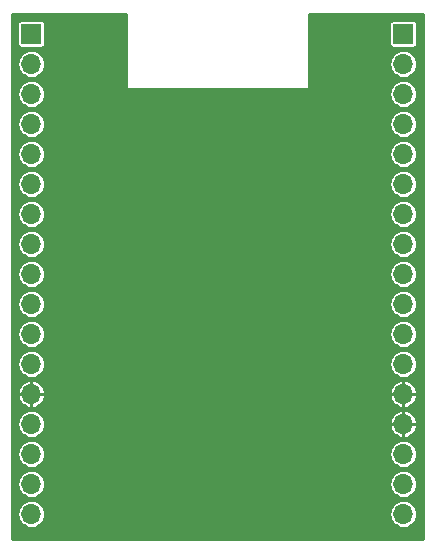
<source format=gbr>
G04 #@! TF.GenerationSoftware,KiCad,Pcbnew,5.1.0*
G04 #@! TF.CreationDate,2019-03-28T19:40:46+01:00*
G04 #@! TF.ProjectId,hc05-bb,68633035-2d62-4622-9e6b-696361645f70,rev?*
G04 #@! TF.SameCoordinates,Original*
G04 #@! TF.FileFunction,Copper,L2,Bot*
G04 #@! TF.FilePolarity,Positive*
%FSLAX46Y46*%
G04 Gerber Fmt 4.6, Leading zero omitted, Abs format (unit mm)*
G04 Created by KiCad (PCBNEW 5.1.0) date 2019-03-28 19:40:46*
%MOMM*%
%LPD*%
G04 APERTURE LIST*
%ADD10O,1.700000X1.700000*%
%ADD11R,1.700000X1.700000*%
%ADD12C,0.254000*%
G04 APERTURE END LIST*
D10*
X53848000Y-106680000D03*
X53848000Y-104140000D03*
X53848000Y-101600000D03*
X53848000Y-99060000D03*
X53848000Y-96520000D03*
X53848000Y-93980000D03*
X53848000Y-91440000D03*
X53848000Y-88900000D03*
X53848000Y-86360000D03*
X53848000Y-83820000D03*
X53848000Y-81280000D03*
X53848000Y-78740000D03*
X53848000Y-76200000D03*
X53848000Y-73660000D03*
X53848000Y-71120000D03*
X53848000Y-68580000D03*
D11*
X53848000Y-66040000D03*
D10*
X22352000Y-106680000D03*
X22352000Y-104140000D03*
X22352000Y-101600000D03*
X22352000Y-99060000D03*
X22352000Y-96520000D03*
X22352000Y-93980000D03*
X22352000Y-91440000D03*
X22352000Y-88900000D03*
X22352000Y-86360000D03*
X22352000Y-83820000D03*
X22352000Y-81280000D03*
X22352000Y-78740000D03*
X22352000Y-76200000D03*
X22352000Y-73660000D03*
X22352000Y-71120000D03*
X22352000Y-68580000D03*
D11*
X22352000Y-66040000D03*
D12*
X22352000Y-96520000D02*
X23495000Y-96520000D01*
X22352000Y-96520000D02*
X22352000Y-95377000D01*
X22352000Y-96520000D02*
X21209000Y-96520000D01*
X22352000Y-96520000D02*
X22352000Y-97663000D01*
X53848000Y-96520000D02*
X52832000Y-96520000D01*
X53848000Y-96520000D02*
X53848000Y-95504000D01*
X53848000Y-96520000D02*
X55118000Y-96520000D01*
X53848000Y-96520000D02*
X53848000Y-99060000D01*
X52324000Y-99060000D02*
X53848000Y-99060000D01*
X53848000Y-99060000D02*
X54864000Y-99060000D01*
X53848000Y-99060000D02*
X53848000Y-100330000D01*
G36*
X30353000Y-70612000D02*
G01*
X30355440Y-70636776D01*
X30362667Y-70660601D01*
X30374403Y-70682557D01*
X30390197Y-70701803D01*
X30409443Y-70717597D01*
X30431399Y-70729333D01*
X30455224Y-70736560D01*
X30480000Y-70739000D01*
X45720000Y-70739000D01*
X45744776Y-70736560D01*
X45768601Y-70729333D01*
X45790557Y-70717597D01*
X45809803Y-70701803D01*
X45825597Y-70682557D01*
X45837333Y-70660601D01*
X45844560Y-70636776D01*
X45847000Y-70612000D01*
X45847000Y-68580000D01*
X52665306Y-68580000D01*
X52688031Y-68810732D01*
X52755333Y-69032597D01*
X52864626Y-69237070D01*
X53011709Y-69416291D01*
X53190930Y-69563374D01*
X53395403Y-69672667D01*
X53617268Y-69739969D01*
X53790188Y-69757000D01*
X53905812Y-69757000D01*
X54078732Y-69739969D01*
X54300597Y-69672667D01*
X54505070Y-69563374D01*
X54684291Y-69416291D01*
X54831374Y-69237070D01*
X54940667Y-69032597D01*
X55007969Y-68810732D01*
X55030694Y-68580000D01*
X55007969Y-68349268D01*
X54940667Y-68127403D01*
X54831374Y-67922930D01*
X54684291Y-67743709D01*
X54505070Y-67596626D01*
X54300597Y-67487333D01*
X54078732Y-67420031D01*
X53905812Y-67403000D01*
X53790188Y-67403000D01*
X53617268Y-67420031D01*
X53395403Y-67487333D01*
X53190930Y-67596626D01*
X53011709Y-67743709D01*
X52864626Y-67922930D01*
X52755333Y-68127403D01*
X52688031Y-68349268D01*
X52665306Y-68580000D01*
X45847000Y-68580000D01*
X45847000Y-65190000D01*
X52669418Y-65190000D01*
X52669418Y-66890000D01*
X52675732Y-66954103D01*
X52694430Y-67015743D01*
X52724794Y-67072550D01*
X52765657Y-67122343D01*
X52815450Y-67163206D01*
X52872257Y-67193570D01*
X52933897Y-67212268D01*
X52998000Y-67218582D01*
X54698000Y-67218582D01*
X54762103Y-67212268D01*
X54823743Y-67193570D01*
X54880550Y-67163206D01*
X54930343Y-67122343D01*
X54971206Y-67072550D01*
X55001570Y-67015743D01*
X55020268Y-66954103D01*
X55026582Y-66890000D01*
X55026582Y-65190000D01*
X55020268Y-65125897D01*
X55001570Y-65064257D01*
X54971206Y-65007450D01*
X54930343Y-64957657D01*
X54880550Y-64916794D01*
X54823743Y-64886430D01*
X54762103Y-64867732D01*
X54698000Y-64861418D01*
X52998000Y-64861418D01*
X52933897Y-64867732D01*
X52872257Y-64886430D01*
X52815450Y-64916794D01*
X52765657Y-64957657D01*
X52724794Y-65007450D01*
X52694430Y-65064257D01*
X52675732Y-65125897D01*
X52669418Y-65190000D01*
X45847000Y-65190000D01*
X45847000Y-64395000D01*
X55493001Y-64395000D01*
X55493000Y-108833000D01*
X20707000Y-108833000D01*
X20707000Y-106680000D01*
X21169306Y-106680000D01*
X21192031Y-106910732D01*
X21259333Y-107132597D01*
X21368626Y-107337070D01*
X21515709Y-107516291D01*
X21694930Y-107663374D01*
X21899403Y-107772667D01*
X22121268Y-107839969D01*
X22294188Y-107857000D01*
X22409812Y-107857000D01*
X22582732Y-107839969D01*
X22804597Y-107772667D01*
X23009070Y-107663374D01*
X23188291Y-107516291D01*
X23335374Y-107337070D01*
X23444667Y-107132597D01*
X23511969Y-106910732D01*
X23534694Y-106680000D01*
X52665306Y-106680000D01*
X52688031Y-106910732D01*
X52755333Y-107132597D01*
X52864626Y-107337070D01*
X53011709Y-107516291D01*
X53190930Y-107663374D01*
X53395403Y-107772667D01*
X53617268Y-107839969D01*
X53790188Y-107857000D01*
X53905812Y-107857000D01*
X54078732Y-107839969D01*
X54300597Y-107772667D01*
X54505070Y-107663374D01*
X54684291Y-107516291D01*
X54831374Y-107337070D01*
X54940667Y-107132597D01*
X55007969Y-106910732D01*
X55030694Y-106680000D01*
X55007969Y-106449268D01*
X54940667Y-106227403D01*
X54831374Y-106022930D01*
X54684291Y-105843709D01*
X54505070Y-105696626D01*
X54300597Y-105587333D01*
X54078732Y-105520031D01*
X53905812Y-105503000D01*
X53790188Y-105503000D01*
X53617268Y-105520031D01*
X53395403Y-105587333D01*
X53190930Y-105696626D01*
X53011709Y-105843709D01*
X52864626Y-106022930D01*
X52755333Y-106227403D01*
X52688031Y-106449268D01*
X52665306Y-106680000D01*
X23534694Y-106680000D01*
X23511969Y-106449268D01*
X23444667Y-106227403D01*
X23335374Y-106022930D01*
X23188291Y-105843709D01*
X23009070Y-105696626D01*
X22804597Y-105587333D01*
X22582732Y-105520031D01*
X22409812Y-105503000D01*
X22294188Y-105503000D01*
X22121268Y-105520031D01*
X21899403Y-105587333D01*
X21694930Y-105696626D01*
X21515709Y-105843709D01*
X21368626Y-106022930D01*
X21259333Y-106227403D01*
X21192031Y-106449268D01*
X21169306Y-106680000D01*
X20707000Y-106680000D01*
X20707000Y-104140000D01*
X21169306Y-104140000D01*
X21192031Y-104370732D01*
X21259333Y-104592597D01*
X21368626Y-104797070D01*
X21515709Y-104976291D01*
X21694930Y-105123374D01*
X21899403Y-105232667D01*
X22121268Y-105299969D01*
X22294188Y-105317000D01*
X22409812Y-105317000D01*
X22582732Y-105299969D01*
X22804597Y-105232667D01*
X23009070Y-105123374D01*
X23188291Y-104976291D01*
X23335374Y-104797070D01*
X23444667Y-104592597D01*
X23511969Y-104370732D01*
X23534694Y-104140000D01*
X52665306Y-104140000D01*
X52688031Y-104370732D01*
X52755333Y-104592597D01*
X52864626Y-104797070D01*
X53011709Y-104976291D01*
X53190930Y-105123374D01*
X53395403Y-105232667D01*
X53617268Y-105299969D01*
X53790188Y-105317000D01*
X53905812Y-105317000D01*
X54078732Y-105299969D01*
X54300597Y-105232667D01*
X54505070Y-105123374D01*
X54684291Y-104976291D01*
X54831374Y-104797070D01*
X54940667Y-104592597D01*
X55007969Y-104370732D01*
X55030694Y-104140000D01*
X55007969Y-103909268D01*
X54940667Y-103687403D01*
X54831374Y-103482930D01*
X54684291Y-103303709D01*
X54505070Y-103156626D01*
X54300597Y-103047333D01*
X54078732Y-102980031D01*
X53905812Y-102963000D01*
X53790188Y-102963000D01*
X53617268Y-102980031D01*
X53395403Y-103047333D01*
X53190930Y-103156626D01*
X53011709Y-103303709D01*
X52864626Y-103482930D01*
X52755333Y-103687403D01*
X52688031Y-103909268D01*
X52665306Y-104140000D01*
X23534694Y-104140000D01*
X23511969Y-103909268D01*
X23444667Y-103687403D01*
X23335374Y-103482930D01*
X23188291Y-103303709D01*
X23009070Y-103156626D01*
X22804597Y-103047333D01*
X22582732Y-102980031D01*
X22409812Y-102963000D01*
X22294188Y-102963000D01*
X22121268Y-102980031D01*
X21899403Y-103047333D01*
X21694930Y-103156626D01*
X21515709Y-103303709D01*
X21368626Y-103482930D01*
X21259333Y-103687403D01*
X21192031Y-103909268D01*
X21169306Y-104140000D01*
X20707000Y-104140000D01*
X20707000Y-101600000D01*
X21169306Y-101600000D01*
X21192031Y-101830732D01*
X21259333Y-102052597D01*
X21368626Y-102257070D01*
X21515709Y-102436291D01*
X21694930Y-102583374D01*
X21899403Y-102692667D01*
X22121268Y-102759969D01*
X22294188Y-102777000D01*
X22409812Y-102777000D01*
X22582732Y-102759969D01*
X22804597Y-102692667D01*
X23009070Y-102583374D01*
X23188291Y-102436291D01*
X23335374Y-102257070D01*
X23444667Y-102052597D01*
X23511969Y-101830732D01*
X23534694Y-101600000D01*
X52665306Y-101600000D01*
X52688031Y-101830732D01*
X52755333Y-102052597D01*
X52864626Y-102257070D01*
X53011709Y-102436291D01*
X53190930Y-102583374D01*
X53395403Y-102692667D01*
X53617268Y-102759969D01*
X53790188Y-102777000D01*
X53905812Y-102777000D01*
X54078732Y-102759969D01*
X54300597Y-102692667D01*
X54505070Y-102583374D01*
X54684291Y-102436291D01*
X54831374Y-102257070D01*
X54940667Y-102052597D01*
X55007969Y-101830732D01*
X55030694Y-101600000D01*
X55007969Y-101369268D01*
X54940667Y-101147403D01*
X54831374Y-100942930D01*
X54684291Y-100763709D01*
X54505070Y-100616626D01*
X54300597Y-100507333D01*
X54078732Y-100440031D01*
X53905812Y-100423000D01*
X53790188Y-100423000D01*
X53617268Y-100440031D01*
X53395403Y-100507333D01*
X53190930Y-100616626D01*
X53011709Y-100763709D01*
X52864626Y-100942930D01*
X52755333Y-101147403D01*
X52688031Y-101369268D01*
X52665306Y-101600000D01*
X23534694Y-101600000D01*
X23511969Y-101369268D01*
X23444667Y-101147403D01*
X23335374Y-100942930D01*
X23188291Y-100763709D01*
X23009070Y-100616626D01*
X22804597Y-100507333D01*
X22582732Y-100440031D01*
X22409812Y-100423000D01*
X22294188Y-100423000D01*
X22121268Y-100440031D01*
X21899403Y-100507333D01*
X21694930Y-100616626D01*
X21515709Y-100763709D01*
X21368626Y-100942930D01*
X21259333Y-101147403D01*
X21192031Y-101369268D01*
X21169306Y-101600000D01*
X20707000Y-101600000D01*
X20707000Y-99060000D01*
X21169306Y-99060000D01*
X21192031Y-99290732D01*
X21259333Y-99512597D01*
X21368626Y-99717070D01*
X21515709Y-99896291D01*
X21694930Y-100043374D01*
X21899403Y-100152667D01*
X22121268Y-100219969D01*
X22294188Y-100237000D01*
X22409812Y-100237000D01*
X22582732Y-100219969D01*
X22804597Y-100152667D01*
X23009070Y-100043374D01*
X23188291Y-99896291D01*
X23335374Y-99717070D01*
X23444667Y-99512597D01*
X23511969Y-99290732D01*
X23534694Y-99060000D01*
X52665306Y-99060000D01*
X52688031Y-99290732D01*
X52755333Y-99512597D01*
X52864626Y-99717070D01*
X53011709Y-99896291D01*
X53190930Y-100043374D01*
X53395403Y-100152667D01*
X53617268Y-100219969D01*
X53790188Y-100237000D01*
X53905812Y-100237000D01*
X54078732Y-100219969D01*
X54300597Y-100152667D01*
X54505070Y-100043374D01*
X54684291Y-99896291D01*
X54831374Y-99717070D01*
X54940667Y-99512597D01*
X55007969Y-99290732D01*
X55030694Y-99060000D01*
X55007969Y-98829268D01*
X54940667Y-98607403D01*
X54831374Y-98402930D01*
X54684291Y-98223709D01*
X54505070Y-98076626D01*
X54300597Y-97967333D01*
X54078732Y-97900031D01*
X53905812Y-97883000D01*
X53790188Y-97883000D01*
X53617268Y-97900031D01*
X53395403Y-97967333D01*
X53190930Y-98076626D01*
X53011709Y-98223709D01*
X52864626Y-98402930D01*
X52755333Y-98607403D01*
X52688031Y-98829268D01*
X52665306Y-99060000D01*
X23534694Y-99060000D01*
X23511969Y-98829268D01*
X23444667Y-98607403D01*
X23335374Y-98402930D01*
X23188291Y-98223709D01*
X23009070Y-98076626D01*
X22804597Y-97967333D01*
X22582732Y-97900031D01*
X22409812Y-97883000D01*
X22294188Y-97883000D01*
X22121268Y-97900031D01*
X21899403Y-97967333D01*
X21694930Y-98076626D01*
X21515709Y-98223709D01*
X21368626Y-98402930D01*
X21259333Y-98607403D01*
X21192031Y-98829268D01*
X21169306Y-99060000D01*
X20707000Y-99060000D01*
X20707000Y-96520000D01*
X21169306Y-96520000D01*
X21192031Y-96750732D01*
X21259333Y-96972597D01*
X21368626Y-97177070D01*
X21515709Y-97356291D01*
X21694930Y-97503374D01*
X21899403Y-97612667D01*
X22121268Y-97679969D01*
X22294188Y-97697000D01*
X22409812Y-97697000D01*
X22582732Y-97679969D01*
X22804597Y-97612667D01*
X23009070Y-97503374D01*
X23188291Y-97356291D01*
X23335374Y-97177070D01*
X23444667Y-96972597D01*
X23511969Y-96750732D01*
X23534694Y-96520000D01*
X52665306Y-96520000D01*
X52688031Y-96750732D01*
X52755333Y-96972597D01*
X52864626Y-97177070D01*
X53011709Y-97356291D01*
X53190930Y-97503374D01*
X53395403Y-97612667D01*
X53617268Y-97679969D01*
X53790188Y-97697000D01*
X53905812Y-97697000D01*
X54078732Y-97679969D01*
X54300597Y-97612667D01*
X54505070Y-97503374D01*
X54684291Y-97356291D01*
X54831374Y-97177070D01*
X54940667Y-96972597D01*
X55007969Y-96750732D01*
X55030694Y-96520000D01*
X55007969Y-96289268D01*
X54940667Y-96067403D01*
X54831374Y-95862930D01*
X54684291Y-95683709D01*
X54505070Y-95536626D01*
X54300597Y-95427333D01*
X54078732Y-95360031D01*
X53905812Y-95343000D01*
X53790188Y-95343000D01*
X53617268Y-95360031D01*
X53395403Y-95427333D01*
X53190930Y-95536626D01*
X53011709Y-95683709D01*
X52864626Y-95862930D01*
X52755333Y-96067403D01*
X52688031Y-96289268D01*
X52665306Y-96520000D01*
X23534694Y-96520000D01*
X23511969Y-96289268D01*
X23444667Y-96067403D01*
X23335374Y-95862930D01*
X23188291Y-95683709D01*
X23009070Y-95536626D01*
X22804597Y-95427333D01*
X22582732Y-95360031D01*
X22409812Y-95343000D01*
X22294188Y-95343000D01*
X22121268Y-95360031D01*
X21899403Y-95427333D01*
X21694930Y-95536626D01*
X21515709Y-95683709D01*
X21368626Y-95862930D01*
X21259333Y-96067403D01*
X21192031Y-96289268D01*
X21169306Y-96520000D01*
X20707000Y-96520000D01*
X20707000Y-93980000D01*
X21169306Y-93980000D01*
X21192031Y-94210732D01*
X21259333Y-94432597D01*
X21368626Y-94637070D01*
X21515709Y-94816291D01*
X21694930Y-94963374D01*
X21899403Y-95072667D01*
X22121268Y-95139969D01*
X22294188Y-95157000D01*
X22409812Y-95157000D01*
X22582732Y-95139969D01*
X22804597Y-95072667D01*
X23009070Y-94963374D01*
X23188291Y-94816291D01*
X23335374Y-94637070D01*
X23444667Y-94432597D01*
X23511969Y-94210732D01*
X23534694Y-93980000D01*
X52665306Y-93980000D01*
X52688031Y-94210732D01*
X52755333Y-94432597D01*
X52864626Y-94637070D01*
X53011709Y-94816291D01*
X53190930Y-94963374D01*
X53395403Y-95072667D01*
X53617268Y-95139969D01*
X53790188Y-95157000D01*
X53905812Y-95157000D01*
X54078732Y-95139969D01*
X54300597Y-95072667D01*
X54505070Y-94963374D01*
X54684291Y-94816291D01*
X54831374Y-94637070D01*
X54940667Y-94432597D01*
X55007969Y-94210732D01*
X55030694Y-93980000D01*
X55007969Y-93749268D01*
X54940667Y-93527403D01*
X54831374Y-93322930D01*
X54684291Y-93143709D01*
X54505070Y-92996626D01*
X54300597Y-92887333D01*
X54078732Y-92820031D01*
X53905812Y-92803000D01*
X53790188Y-92803000D01*
X53617268Y-92820031D01*
X53395403Y-92887333D01*
X53190930Y-92996626D01*
X53011709Y-93143709D01*
X52864626Y-93322930D01*
X52755333Y-93527403D01*
X52688031Y-93749268D01*
X52665306Y-93980000D01*
X23534694Y-93980000D01*
X23511969Y-93749268D01*
X23444667Y-93527403D01*
X23335374Y-93322930D01*
X23188291Y-93143709D01*
X23009070Y-92996626D01*
X22804597Y-92887333D01*
X22582732Y-92820031D01*
X22409812Y-92803000D01*
X22294188Y-92803000D01*
X22121268Y-92820031D01*
X21899403Y-92887333D01*
X21694930Y-92996626D01*
X21515709Y-93143709D01*
X21368626Y-93322930D01*
X21259333Y-93527403D01*
X21192031Y-93749268D01*
X21169306Y-93980000D01*
X20707000Y-93980000D01*
X20707000Y-91440000D01*
X21169306Y-91440000D01*
X21192031Y-91670732D01*
X21259333Y-91892597D01*
X21368626Y-92097070D01*
X21515709Y-92276291D01*
X21694930Y-92423374D01*
X21899403Y-92532667D01*
X22121268Y-92599969D01*
X22294188Y-92617000D01*
X22409812Y-92617000D01*
X22582732Y-92599969D01*
X22804597Y-92532667D01*
X23009070Y-92423374D01*
X23188291Y-92276291D01*
X23335374Y-92097070D01*
X23444667Y-91892597D01*
X23511969Y-91670732D01*
X23534694Y-91440000D01*
X52665306Y-91440000D01*
X52688031Y-91670732D01*
X52755333Y-91892597D01*
X52864626Y-92097070D01*
X53011709Y-92276291D01*
X53190930Y-92423374D01*
X53395403Y-92532667D01*
X53617268Y-92599969D01*
X53790188Y-92617000D01*
X53905812Y-92617000D01*
X54078732Y-92599969D01*
X54300597Y-92532667D01*
X54505070Y-92423374D01*
X54684291Y-92276291D01*
X54831374Y-92097070D01*
X54940667Y-91892597D01*
X55007969Y-91670732D01*
X55030694Y-91440000D01*
X55007969Y-91209268D01*
X54940667Y-90987403D01*
X54831374Y-90782930D01*
X54684291Y-90603709D01*
X54505070Y-90456626D01*
X54300597Y-90347333D01*
X54078732Y-90280031D01*
X53905812Y-90263000D01*
X53790188Y-90263000D01*
X53617268Y-90280031D01*
X53395403Y-90347333D01*
X53190930Y-90456626D01*
X53011709Y-90603709D01*
X52864626Y-90782930D01*
X52755333Y-90987403D01*
X52688031Y-91209268D01*
X52665306Y-91440000D01*
X23534694Y-91440000D01*
X23511969Y-91209268D01*
X23444667Y-90987403D01*
X23335374Y-90782930D01*
X23188291Y-90603709D01*
X23009070Y-90456626D01*
X22804597Y-90347333D01*
X22582732Y-90280031D01*
X22409812Y-90263000D01*
X22294188Y-90263000D01*
X22121268Y-90280031D01*
X21899403Y-90347333D01*
X21694930Y-90456626D01*
X21515709Y-90603709D01*
X21368626Y-90782930D01*
X21259333Y-90987403D01*
X21192031Y-91209268D01*
X21169306Y-91440000D01*
X20707000Y-91440000D01*
X20707000Y-88900000D01*
X21169306Y-88900000D01*
X21192031Y-89130732D01*
X21259333Y-89352597D01*
X21368626Y-89557070D01*
X21515709Y-89736291D01*
X21694930Y-89883374D01*
X21899403Y-89992667D01*
X22121268Y-90059969D01*
X22294188Y-90077000D01*
X22409812Y-90077000D01*
X22582732Y-90059969D01*
X22804597Y-89992667D01*
X23009070Y-89883374D01*
X23188291Y-89736291D01*
X23335374Y-89557070D01*
X23444667Y-89352597D01*
X23511969Y-89130732D01*
X23534694Y-88900000D01*
X52665306Y-88900000D01*
X52688031Y-89130732D01*
X52755333Y-89352597D01*
X52864626Y-89557070D01*
X53011709Y-89736291D01*
X53190930Y-89883374D01*
X53395403Y-89992667D01*
X53617268Y-90059969D01*
X53790188Y-90077000D01*
X53905812Y-90077000D01*
X54078732Y-90059969D01*
X54300597Y-89992667D01*
X54505070Y-89883374D01*
X54684291Y-89736291D01*
X54831374Y-89557070D01*
X54940667Y-89352597D01*
X55007969Y-89130732D01*
X55030694Y-88900000D01*
X55007969Y-88669268D01*
X54940667Y-88447403D01*
X54831374Y-88242930D01*
X54684291Y-88063709D01*
X54505070Y-87916626D01*
X54300597Y-87807333D01*
X54078732Y-87740031D01*
X53905812Y-87723000D01*
X53790188Y-87723000D01*
X53617268Y-87740031D01*
X53395403Y-87807333D01*
X53190930Y-87916626D01*
X53011709Y-88063709D01*
X52864626Y-88242930D01*
X52755333Y-88447403D01*
X52688031Y-88669268D01*
X52665306Y-88900000D01*
X23534694Y-88900000D01*
X23511969Y-88669268D01*
X23444667Y-88447403D01*
X23335374Y-88242930D01*
X23188291Y-88063709D01*
X23009070Y-87916626D01*
X22804597Y-87807333D01*
X22582732Y-87740031D01*
X22409812Y-87723000D01*
X22294188Y-87723000D01*
X22121268Y-87740031D01*
X21899403Y-87807333D01*
X21694930Y-87916626D01*
X21515709Y-88063709D01*
X21368626Y-88242930D01*
X21259333Y-88447403D01*
X21192031Y-88669268D01*
X21169306Y-88900000D01*
X20707000Y-88900000D01*
X20707000Y-86360000D01*
X21169306Y-86360000D01*
X21192031Y-86590732D01*
X21259333Y-86812597D01*
X21368626Y-87017070D01*
X21515709Y-87196291D01*
X21694930Y-87343374D01*
X21899403Y-87452667D01*
X22121268Y-87519969D01*
X22294188Y-87537000D01*
X22409812Y-87537000D01*
X22582732Y-87519969D01*
X22804597Y-87452667D01*
X23009070Y-87343374D01*
X23188291Y-87196291D01*
X23335374Y-87017070D01*
X23444667Y-86812597D01*
X23511969Y-86590732D01*
X23534694Y-86360000D01*
X52665306Y-86360000D01*
X52688031Y-86590732D01*
X52755333Y-86812597D01*
X52864626Y-87017070D01*
X53011709Y-87196291D01*
X53190930Y-87343374D01*
X53395403Y-87452667D01*
X53617268Y-87519969D01*
X53790188Y-87537000D01*
X53905812Y-87537000D01*
X54078732Y-87519969D01*
X54300597Y-87452667D01*
X54505070Y-87343374D01*
X54684291Y-87196291D01*
X54831374Y-87017070D01*
X54940667Y-86812597D01*
X55007969Y-86590732D01*
X55030694Y-86360000D01*
X55007969Y-86129268D01*
X54940667Y-85907403D01*
X54831374Y-85702930D01*
X54684291Y-85523709D01*
X54505070Y-85376626D01*
X54300597Y-85267333D01*
X54078732Y-85200031D01*
X53905812Y-85183000D01*
X53790188Y-85183000D01*
X53617268Y-85200031D01*
X53395403Y-85267333D01*
X53190930Y-85376626D01*
X53011709Y-85523709D01*
X52864626Y-85702930D01*
X52755333Y-85907403D01*
X52688031Y-86129268D01*
X52665306Y-86360000D01*
X23534694Y-86360000D01*
X23511969Y-86129268D01*
X23444667Y-85907403D01*
X23335374Y-85702930D01*
X23188291Y-85523709D01*
X23009070Y-85376626D01*
X22804597Y-85267333D01*
X22582732Y-85200031D01*
X22409812Y-85183000D01*
X22294188Y-85183000D01*
X22121268Y-85200031D01*
X21899403Y-85267333D01*
X21694930Y-85376626D01*
X21515709Y-85523709D01*
X21368626Y-85702930D01*
X21259333Y-85907403D01*
X21192031Y-86129268D01*
X21169306Y-86360000D01*
X20707000Y-86360000D01*
X20707000Y-83820000D01*
X21169306Y-83820000D01*
X21192031Y-84050732D01*
X21259333Y-84272597D01*
X21368626Y-84477070D01*
X21515709Y-84656291D01*
X21694930Y-84803374D01*
X21899403Y-84912667D01*
X22121268Y-84979969D01*
X22294188Y-84997000D01*
X22409812Y-84997000D01*
X22582732Y-84979969D01*
X22804597Y-84912667D01*
X23009070Y-84803374D01*
X23188291Y-84656291D01*
X23335374Y-84477070D01*
X23444667Y-84272597D01*
X23511969Y-84050732D01*
X23534694Y-83820000D01*
X52665306Y-83820000D01*
X52688031Y-84050732D01*
X52755333Y-84272597D01*
X52864626Y-84477070D01*
X53011709Y-84656291D01*
X53190930Y-84803374D01*
X53395403Y-84912667D01*
X53617268Y-84979969D01*
X53790188Y-84997000D01*
X53905812Y-84997000D01*
X54078732Y-84979969D01*
X54300597Y-84912667D01*
X54505070Y-84803374D01*
X54684291Y-84656291D01*
X54831374Y-84477070D01*
X54940667Y-84272597D01*
X55007969Y-84050732D01*
X55030694Y-83820000D01*
X55007969Y-83589268D01*
X54940667Y-83367403D01*
X54831374Y-83162930D01*
X54684291Y-82983709D01*
X54505070Y-82836626D01*
X54300597Y-82727333D01*
X54078732Y-82660031D01*
X53905812Y-82643000D01*
X53790188Y-82643000D01*
X53617268Y-82660031D01*
X53395403Y-82727333D01*
X53190930Y-82836626D01*
X53011709Y-82983709D01*
X52864626Y-83162930D01*
X52755333Y-83367403D01*
X52688031Y-83589268D01*
X52665306Y-83820000D01*
X23534694Y-83820000D01*
X23511969Y-83589268D01*
X23444667Y-83367403D01*
X23335374Y-83162930D01*
X23188291Y-82983709D01*
X23009070Y-82836626D01*
X22804597Y-82727333D01*
X22582732Y-82660031D01*
X22409812Y-82643000D01*
X22294188Y-82643000D01*
X22121268Y-82660031D01*
X21899403Y-82727333D01*
X21694930Y-82836626D01*
X21515709Y-82983709D01*
X21368626Y-83162930D01*
X21259333Y-83367403D01*
X21192031Y-83589268D01*
X21169306Y-83820000D01*
X20707000Y-83820000D01*
X20707000Y-81280000D01*
X21169306Y-81280000D01*
X21192031Y-81510732D01*
X21259333Y-81732597D01*
X21368626Y-81937070D01*
X21515709Y-82116291D01*
X21694930Y-82263374D01*
X21899403Y-82372667D01*
X22121268Y-82439969D01*
X22294188Y-82457000D01*
X22409812Y-82457000D01*
X22582732Y-82439969D01*
X22804597Y-82372667D01*
X23009070Y-82263374D01*
X23188291Y-82116291D01*
X23335374Y-81937070D01*
X23444667Y-81732597D01*
X23511969Y-81510732D01*
X23534694Y-81280000D01*
X52665306Y-81280000D01*
X52688031Y-81510732D01*
X52755333Y-81732597D01*
X52864626Y-81937070D01*
X53011709Y-82116291D01*
X53190930Y-82263374D01*
X53395403Y-82372667D01*
X53617268Y-82439969D01*
X53790188Y-82457000D01*
X53905812Y-82457000D01*
X54078732Y-82439969D01*
X54300597Y-82372667D01*
X54505070Y-82263374D01*
X54684291Y-82116291D01*
X54831374Y-81937070D01*
X54940667Y-81732597D01*
X55007969Y-81510732D01*
X55030694Y-81280000D01*
X55007969Y-81049268D01*
X54940667Y-80827403D01*
X54831374Y-80622930D01*
X54684291Y-80443709D01*
X54505070Y-80296626D01*
X54300597Y-80187333D01*
X54078732Y-80120031D01*
X53905812Y-80103000D01*
X53790188Y-80103000D01*
X53617268Y-80120031D01*
X53395403Y-80187333D01*
X53190930Y-80296626D01*
X53011709Y-80443709D01*
X52864626Y-80622930D01*
X52755333Y-80827403D01*
X52688031Y-81049268D01*
X52665306Y-81280000D01*
X23534694Y-81280000D01*
X23511969Y-81049268D01*
X23444667Y-80827403D01*
X23335374Y-80622930D01*
X23188291Y-80443709D01*
X23009070Y-80296626D01*
X22804597Y-80187333D01*
X22582732Y-80120031D01*
X22409812Y-80103000D01*
X22294188Y-80103000D01*
X22121268Y-80120031D01*
X21899403Y-80187333D01*
X21694930Y-80296626D01*
X21515709Y-80443709D01*
X21368626Y-80622930D01*
X21259333Y-80827403D01*
X21192031Y-81049268D01*
X21169306Y-81280000D01*
X20707000Y-81280000D01*
X20707000Y-78740000D01*
X21169306Y-78740000D01*
X21192031Y-78970732D01*
X21259333Y-79192597D01*
X21368626Y-79397070D01*
X21515709Y-79576291D01*
X21694930Y-79723374D01*
X21899403Y-79832667D01*
X22121268Y-79899969D01*
X22294188Y-79917000D01*
X22409812Y-79917000D01*
X22582732Y-79899969D01*
X22804597Y-79832667D01*
X23009070Y-79723374D01*
X23188291Y-79576291D01*
X23335374Y-79397070D01*
X23444667Y-79192597D01*
X23511969Y-78970732D01*
X23534694Y-78740000D01*
X52665306Y-78740000D01*
X52688031Y-78970732D01*
X52755333Y-79192597D01*
X52864626Y-79397070D01*
X53011709Y-79576291D01*
X53190930Y-79723374D01*
X53395403Y-79832667D01*
X53617268Y-79899969D01*
X53790188Y-79917000D01*
X53905812Y-79917000D01*
X54078732Y-79899969D01*
X54300597Y-79832667D01*
X54505070Y-79723374D01*
X54684291Y-79576291D01*
X54831374Y-79397070D01*
X54940667Y-79192597D01*
X55007969Y-78970732D01*
X55030694Y-78740000D01*
X55007969Y-78509268D01*
X54940667Y-78287403D01*
X54831374Y-78082930D01*
X54684291Y-77903709D01*
X54505070Y-77756626D01*
X54300597Y-77647333D01*
X54078732Y-77580031D01*
X53905812Y-77563000D01*
X53790188Y-77563000D01*
X53617268Y-77580031D01*
X53395403Y-77647333D01*
X53190930Y-77756626D01*
X53011709Y-77903709D01*
X52864626Y-78082930D01*
X52755333Y-78287403D01*
X52688031Y-78509268D01*
X52665306Y-78740000D01*
X23534694Y-78740000D01*
X23511969Y-78509268D01*
X23444667Y-78287403D01*
X23335374Y-78082930D01*
X23188291Y-77903709D01*
X23009070Y-77756626D01*
X22804597Y-77647333D01*
X22582732Y-77580031D01*
X22409812Y-77563000D01*
X22294188Y-77563000D01*
X22121268Y-77580031D01*
X21899403Y-77647333D01*
X21694930Y-77756626D01*
X21515709Y-77903709D01*
X21368626Y-78082930D01*
X21259333Y-78287403D01*
X21192031Y-78509268D01*
X21169306Y-78740000D01*
X20707000Y-78740000D01*
X20707000Y-76200000D01*
X21169306Y-76200000D01*
X21192031Y-76430732D01*
X21259333Y-76652597D01*
X21368626Y-76857070D01*
X21515709Y-77036291D01*
X21694930Y-77183374D01*
X21899403Y-77292667D01*
X22121268Y-77359969D01*
X22294188Y-77377000D01*
X22409812Y-77377000D01*
X22582732Y-77359969D01*
X22804597Y-77292667D01*
X23009070Y-77183374D01*
X23188291Y-77036291D01*
X23335374Y-76857070D01*
X23444667Y-76652597D01*
X23511969Y-76430732D01*
X23534694Y-76200000D01*
X52665306Y-76200000D01*
X52688031Y-76430732D01*
X52755333Y-76652597D01*
X52864626Y-76857070D01*
X53011709Y-77036291D01*
X53190930Y-77183374D01*
X53395403Y-77292667D01*
X53617268Y-77359969D01*
X53790188Y-77377000D01*
X53905812Y-77377000D01*
X54078732Y-77359969D01*
X54300597Y-77292667D01*
X54505070Y-77183374D01*
X54684291Y-77036291D01*
X54831374Y-76857070D01*
X54940667Y-76652597D01*
X55007969Y-76430732D01*
X55030694Y-76200000D01*
X55007969Y-75969268D01*
X54940667Y-75747403D01*
X54831374Y-75542930D01*
X54684291Y-75363709D01*
X54505070Y-75216626D01*
X54300597Y-75107333D01*
X54078732Y-75040031D01*
X53905812Y-75023000D01*
X53790188Y-75023000D01*
X53617268Y-75040031D01*
X53395403Y-75107333D01*
X53190930Y-75216626D01*
X53011709Y-75363709D01*
X52864626Y-75542930D01*
X52755333Y-75747403D01*
X52688031Y-75969268D01*
X52665306Y-76200000D01*
X23534694Y-76200000D01*
X23511969Y-75969268D01*
X23444667Y-75747403D01*
X23335374Y-75542930D01*
X23188291Y-75363709D01*
X23009070Y-75216626D01*
X22804597Y-75107333D01*
X22582732Y-75040031D01*
X22409812Y-75023000D01*
X22294188Y-75023000D01*
X22121268Y-75040031D01*
X21899403Y-75107333D01*
X21694930Y-75216626D01*
X21515709Y-75363709D01*
X21368626Y-75542930D01*
X21259333Y-75747403D01*
X21192031Y-75969268D01*
X21169306Y-76200000D01*
X20707000Y-76200000D01*
X20707000Y-73660000D01*
X21169306Y-73660000D01*
X21192031Y-73890732D01*
X21259333Y-74112597D01*
X21368626Y-74317070D01*
X21515709Y-74496291D01*
X21694930Y-74643374D01*
X21899403Y-74752667D01*
X22121268Y-74819969D01*
X22294188Y-74837000D01*
X22409812Y-74837000D01*
X22582732Y-74819969D01*
X22804597Y-74752667D01*
X23009070Y-74643374D01*
X23188291Y-74496291D01*
X23335374Y-74317070D01*
X23444667Y-74112597D01*
X23511969Y-73890732D01*
X23534694Y-73660000D01*
X52665306Y-73660000D01*
X52688031Y-73890732D01*
X52755333Y-74112597D01*
X52864626Y-74317070D01*
X53011709Y-74496291D01*
X53190930Y-74643374D01*
X53395403Y-74752667D01*
X53617268Y-74819969D01*
X53790188Y-74837000D01*
X53905812Y-74837000D01*
X54078732Y-74819969D01*
X54300597Y-74752667D01*
X54505070Y-74643374D01*
X54684291Y-74496291D01*
X54831374Y-74317070D01*
X54940667Y-74112597D01*
X55007969Y-73890732D01*
X55030694Y-73660000D01*
X55007969Y-73429268D01*
X54940667Y-73207403D01*
X54831374Y-73002930D01*
X54684291Y-72823709D01*
X54505070Y-72676626D01*
X54300597Y-72567333D01*
X54078732Y-72500031D01*
X53905812Y-72483000D01*
X53790188Y-72483000D01*
X53617268Y-72500031D01*
X53395403Y-72567333D01*
X53190930Y-72676626D01*
X53011709Y-72823709D01*
X52864626Y-73002930D01*
X52755333Y-73207403D01*
X52688031Y-73429268D01*
X52665306Y-73660000D01*
X23534694Y-73660000D01*
X23511969Y-73429268D01*
X23444667Y-73207403D01*
X23335374Y-73002930D01*
X23188291Y-72823709D01*
X23009070Y-72676626D01*
X22804597Y-72567333D01*
X22582732Y-72500031D01*
X22409812Y-72483000D01*
X22294188Y-72483000D01*
X22121268Y-72500031D01*
X21899403Y-72567333D01*
X21694930Y-72676626D01*
X21515709Y-72823709D01*
X21368626Y-73002930D01*
X21259333Y-73207403D01*
X21192031Y-73429268D01*
X21169306Y-73660000D01*
X20707000Y-73660000D01*
X20707000Y-71120000D01*
X21169306Y-71120000D01*
X21192031Y-71350732D01*
X21259333Y-71572597D01*
X21368626Y-71777070D01*
X21515709Y-71956291D01*
X21694930Y-72103374D01*
X21899403Y-72212667D01*
X22121268Y-72279969D01*
X22294188Y-72297000D01*
X22409812Y-72297000D01*
X22582732Y-72279969D01*
X22804597Y-72212667D01*
X23009070Y-72103374D01*
X23188291Y-71956291D01*
X23335374Y-71777070D01*
X23444667Y-71572597D01*
X23511969Y-71350732D01*
X23534694Y-71120000D01*
X52665306Y-71120000D01*
X52688031Y-71350732D01*
X52755333Y-71572597D01*
X52864626Y-71777070D01*
X53011709Y-71956291D01*
X53190930Y-72103374D01*
X53395403Y-72212667D01*
X53617268Y-72279969D01*
X53790188Y-72297000D01*
X53905812Y-72297000D01*
X54078732Y-72279969D01*
X54300597Y-72212667D01*
X54505070Y-72103374D01*
X54684291Y-71956291D01*
X54831374Y-71777070D01*
X54940667Y-71572597D01*
X55007969Y-71350732D01*
X55030694Y-71120000D01*
X55007969Y-70889268D01*
X54940667Y-70667403D01*
X54831374Y-70462930D01*
X54684291Y-70283709D01*
X54505070Y-70136626D01*
X54300597Y-70027333D01*
X54078732Y-69960031D01*
X53905812Y-69943000D01*
X53790188Y-69943000D01*
X53617268Y-69960031D01*
X53395403Y-70027333D01*
X53190930Y-70136626D01*
X53011709Y-70283709D01*
X52864626Y-70462930D01*
X52755333Y-70667403D01*
X52688031Y-70889268D01*
X52665306Y-71120000D01*
X23534694Y-71120000D01*
X23511969Y-70889268D01*
X23444667Y-70667403D01*
X23335374Y-70462930D01*
X23188291Y-70283709D01*
X23009070Y-70136626D01*
X22804597Y-70027333D01*
X22582732Y-69960031D01*
X22409812Y-69943000D01*
X22294188Y-69943000D01*
X22121268Y-69960031D01*
X21899403Y-70027333D01*
X21694930Y-70136626D01*
X21515709Y-70283709D01*
X21368626Y-70462930D01*
X21259333Y-70667403D01*
X21192031Y-70889268D01*
X21169306Y-71120000D01*
X20707000Y-71120000D01*
X20707000Y-68580000D01*
X21169306Y-68580000D01*
X21192031Y-68810732D01*
X21259333Y-69032597D01*
X21368626Y-69237070D01*
X21515709Y-69416291D01*
X21694930Y-69563374D01*
X21899403Y-69672667D01*
X22121268Y-69739969D01*
X22294188Y-69757000D01*
X22409812Y-69757000D01*
X22582732Y-69739969D01*
X22804597Y-69672667D01*
X23009070Y-69563374D01*
X23188291Y-69416291D01*
X23335374Y-69237070D01*
X23444667Y-69032597D01*
X23511969Y-68810732D01*
X23534694Y-68580000D01*
X23511969Y-68349268D01*
X23444667Y-68127403D01*
X23335374Y-67922930D01*
X23188291Y-67743709D01*
X23009070Y-67596626D01*
X22804597Y-67487333D01*
X22582732Y-67420031D01*
X22409812Y-67403000D01*
X22294188Y-67403000D01*
X22121268Y-67420031D01*
X21899403Y-67487333D01*
X21694930Y-67596626D01*
X21515709Y-67743709D01*
X21368626Y-67922930D01*
X21259333Y-68127403D01*
X21192031Y-68349268D01*
X21169306Y-68580000D01*
X20707000Y-68580000D01*
X20707000Y-65190000D01*
X21173418Y-65190000D01*
X21173418Y-66890000D01*
X21179732Y-66954103D01*
X21198430Y-67015743D01*
X21228794Y-67072550D01*
X21269657Y-67122343D01*
X21319450Y-67163206D01*
X21376257Y-67193570D01*
X21437897Y-67212268D01*
X21502000Y-67218582D01*
X23202000Y-67218582D01*
X23266103Y-67212268D01*
X23327743Y-67193570D01*
X23384550Y-67163206D01*
X23434343Y-67122343D01*
X23475206Y-67072550D01*
X23505570Y-67015743D01*
X23524268Y-66954103D01*
X23530582Y-66890000D01*
X23530582Y-65190000D01*
X23524268Y-65125897D01*
X23505570Y-65064257D01*
X23475206Y-65007450D01*
X23434343Y-64957657D01*
X23384550Y-64916794D01*
X23327743Y-64886430D01*
X23266103Y-64867732D01*
X23202000Y-64861418D01*
X21502000Y-64861418D01*
X21437897Y-64867732D01*
X21376257Y-64886430D01*
X21319450Y-64916794D01*
X21269657Y-64957657D01*
X21228794Y-65007450D01*
X21198430Y-65064257D01*
X21179732Y-65125897D01*
X21173418Y-65190000D01*
X20707000Y-65190000D01*
X20707000Y-64395000D01*
X30353000Y-64395000D01*
X30353000Y-70612000D01*
X30353000Y-70612000D01*
G37*
X30353000Y-70612000D02*
X30355440Y-70636776D01*
X30362667Y-70660601D01*
X30374403Y-70682557D01*
X30390197Y-70701803D01*
X30409443Y-70717597D01*
X30431399Y-70729333D01*
X30455224Y-70736560D01*
X30480000Y-70739000D01*
X45720000Y-70739000D01*
X45744776Y-70736560D01*
X45768601Y-70729333D01*
X45790557Y-70717597D01*
X45809803Y-70701803D01*
X45825597Y-70682557D01*
X45837333Y-70660601D01*
X45844560Y-70636776D01*
X45847000Y-70612000D01*
X45847000Y-68580000D01*
X52665306Y-68580000D01*
X52688031Y-68810732D01*
X52755333Y-69032597D01*
X52864626Y-69237070D01*
X53011709Y-69416291D01*
X53190930Y-69563374D01*
X53395403Y-69672667D01*
X53617268Y-69739969D01*
X53790188Y-69757000D01*
X53905812Y-69757000D01*
X54078732Y-69739969D01*
X54300597Y-69672667D01*
X54505070Y-69563374D01*
X54684291Y-69416291D01*
X54831374Y-69237070D01*
X54940667Y-69032597D01*
X55007969Y-68810732D01*
X55030694Y-68580000D01*
X55007969Y-68349268D01*
X54940667Y-68127403D01*
X54831374Y-67922930D01*
X54684291Y-67743709D01*
X54505070Y-67596626D01*
X54300597Y-67487333D01*
X54078732Y-67420031D01*
X53905812Y-67403000D01*
X53790188Y-67403000D01*
X53617268Y-67420031D01*
X53395403Y-67487333D01*
X53190930Y-67596626D01*
X53011709Y-67743709D01*
X52864626Y-67922930D01*
X52755333Y-68127403D01*
X52688031Y-68349268D01*
X52665306Y-68580000D01*
X45847000Y-68580000D01*
X45847000Y-65190000D01*
X52669418Y-65190000D01*
X52669418Y-66890000D01*
X52675732Y-66954103D01*
X52694430Y-67015743D01*
X52724794Y-67072550D01*
X52765657Y-67122343D01*
X52815450Y-67163206D01*
X52872257Y-67193570D01*
X52933897Y-67212268D01*
X52998000Y-67218582D01*
X54698000Y-67218582D01*
X54762103Y-67212268D01*
X54823743Y-67193570D01*
X54880550Y-67163206D01*
X54930343Y-67122343D01*
X54971206Y-67072550D01*
X55001570Y-67015743D01*
X55020268Y-66954103D01*
X55026582Y-66890000D01*
X55026582Y-65190000D01*
X55020268Y-65125897D01*
X55001570Y-65064257D01*
X54971206Y-65007450D01*
X54930343Y-64957657D01*
X54880550Y-64916794D01*
X54823743Y-64886430D01*
X54762103Y-64867732D01*
X54698000Y-64861418D01*
X52998000Y-64861418D01*
X52933897Y-64867732D01*
X52872257Y-64886430D01*
X52815450Y-64916794D01*
X52765657Y-64957657D01*
X52724794Y-65007450D01*
X52694430Y-65064257D01*
X52675732Y-65125897D01*
X52669418Y-65190000D01*
X45847000Y-65190000D01*
X45847000Y-64395000D01*
X55493001Y-64395000D01*
X55493000Y-108833000D01*
X20707000Y-108833000D01*
X20707000Y-106680000D01*
X21169306Y-106680000D01*
X21192031Y-106910732D01*
X21259333Y-107132597D01*
X21368626Y-107337070D01*
X21515709Y-107516291D01*
X21694930Y-107663374D01*
X21899403Y-107772667D01*
X22121268Y-107839969D01*
X22294188Y-107857000D01*
X22409812Y-107857000D01*
X22582732Y-107839969D01*
X22804597Y-107772667D01*
X23009070Y-107663374D01*
X23188291Y-107516291D01*
X23335374Y-107337070D01*
X23444667Y-107132597D01*
X23511969Y-106910732D01*
X23534694Y-106680000D01*
X52665306Y-106680000D01*
X52688031Y-106910732D01*
X52755333Y-107132597D01*
X52864626Y-107337070D01*
X53011709Y-107516291D01*
X53190930Y-107663374D01*
X53395403Y-107772667D01*
X53617268Y-107839969D01*
X53790188Y-107857000D01*
X53905812Y-107857000D01*
X54078732Y-107839969D01*
X54300597Y-107772667D01*
X54505070Y-107663374D01*
X54684291Y-107516291D01*
X54831374Y-107337070D01*
X54940667Y-107132597D01*
X55007969Y-106910732D01*
X55030694Y-106680000D01*
X55007969Y-106449268D01*
X54940667Y-106227403D01*
X54831374Y-106022930D01*
X54684291Y-105843709D01*
X54505070Y-105696626D01*
X54300597Y-105587333D01*
X54078732Y-105520031D01*
X53905812Y-105503000D01*
X53790188Y-105503000D01*
X53617268Y-105520031D01*
X53395403Y-105587333D01*
X53190930Y-105696626D01*
X53011709Y-105843709D01*
X52864626Y-106022930D01*
X52755333Y-106227403D01*
X52688031Y-106449268D01*
X52665306Y-106680000D01*
X23534694Y-106680000D01*
X23511969Y-106449268D01*
X23444667Y-106227403D01*
X23335374Y-106022930D01*
X23188291Y-105843709D01*
X23009070Y-105696626D01*
X22804597Y-105587333D01*
X22582732Y-105520031D01*
X22409812Y-105503000D01*
X22294188Y-105503000D01*
X22121268Y-105520031D01*
X21899403Y-105587333D01*
X21694930Y-105696626D01*
X21515709Y-105843709D01*
X21368626Y-106022930D01*
X21259333Y-106227403D01*
X21192031Y-106449268D01*
X21169306Y-106680000D01*
X20707000Y-106680000D01*
X20707000Y-104140000D01*
X21169306Y-104140000D01*
X21192031Y-104370732D01*
X21259333Y-104592597D01*
X21368626Y-104797070D01*
X21515709Y-104976291D01*
X21694930Y-105123374D01*
X21899403Y-105232667D01*
X22121268Y-105299969D01*
X22294188Y-105317000D01*
X22409812Y-105317000D01*
X22582732Y-105299969D01*
X22804597Y-105232667D01*
X23009070Y-105123374D01*
X23188291Y-104976291D01*
X23335374Y-104797070D01*
X23444667Y-104592597D01*
X23511969Y-104370732D01*
X23534694Y-104140000D01*
X52665306Y-104140000D01*
X52688031Y-104370732D01*
X52755333Y-104592597D01*
X52864626Y-104797070D01*
X53011709Y-104976291D01*
X53190930Y-105123374D01*
X53395403Y-105232667D01*
X53617268Y-105299969D01*
X53790188Y-105317000D01*
X53905812Y-105317000D01*
X54078732Y-105299969D01*
X54300597Y-105232667D01*
X54505070Y-105123374D01*
X54684291Y-104976291D01*
X54831374Y-104797070D01*
X54940667Y-104592597D01*
X55007969Y-104370732D01*
X55030694Y-104140000D01*
X55007969Y-103909268D01*
X54940667Y-103687403D01*
X54831374Y-103482930D01*
X54684291Y-103303709D01*
X54505070Y-103156626D01*
X54300597Y-103047333D01*
X54078732Y-102980031D01*
X53905812Y-102963000D01*
X53790188Y-102963000D01*
X53617268Y-102980031D01*
X53395403Y-103047333D01*
X53190930Y-103156626D01*
X53011709Y-103303709D01*
X52864626Y-103482930D01*
X52755333Y-103687403D01*
X52688031Y-103909268D01*
X52665306Y-104140000D01*
X23534694Y-104140000D01*
X23511969Y-103909268D01*
X23444667Y-103687403D01*
X23335374Y-103482930D01*
X23188291Y-103303709D01*
X23009070Y-103156626D01*
X22804597Y-103047333D01*
X22582732Y-102980031D01*
X22409812Y-102963000D01*
X22294188Y-102963000D01*
X22121268Y-102980031D01*
X21899403Y-103047333D01*
X21694930Y-103156626D01*
X21515709Y-103303709D01*
X21368626Y-103482930D01*
X21259333Y-103687403D01*
X21192031Y-103909268D01*
X21169306Y-104140000D01*
X20707000Y-104140000D01*
X20707000Y-101600000D01*
X21169306Y-101600000D01*
X21192031Y-101830732D01*
X21259333Y-102052597D01*
X21368626Y-102257070D01*
X21515709Y-102436291D01*
X21694930Y-102583374D01*
X21899403Y-102692667D01*
X22121268Y-102759969D01*
X22294188Y-102777000D01*
X22409812Y-102777000D01*
X22582732Y-102759969D01*
X22804597Y-102692667D01*
X23009070Y-102583374D01*
X23188291Y-102436291D01*
X23335374Y-102257070D01*
X23444667Y-102052597D01*
X23511969Y-101830732D01*
X23534694Y-101600000D01*
X52665306Y-101600000D01*
X52688031Y-101830732D01*
X52755333Y-102052597D01*
X52864626Y-102257070D01*
X53011709Y-102436291D01*
X53190930Y-102583374D01*
X53395403Y-102692667D01*
X53617268Y-102759969D01*
X53790188Y-102777000D01*
X53905812Y-102777000D01*
X54078732Y-102759969D01*
X54300597Y-102692667D01*
X54505070Y-102583374D01*
X54684291Y-102436291D01*
X54831374Y-102257070D01*
X54940667Y-102052597D01*
X55007969Y-101830732D01*
X55030694Y-101600000D01*
X55007969Y-101369268D01*
X54940667Y-101147403D01*
X54831374Y-100942930D01*
X54684291Y-100763709D01*
X54505070Y-100616626D01*
X54300597Y-100507333D01*
X54078732Y-100440031D01*
X53905812Y-100423000D01*
X53790188Y-100423000D01*
X53617268Y-100440031D01*
X53395403Y-100507333D01*
X53190930Y-100616626D01*
X53011709Y-100763709D01*
X52864626Y-100942930D01*
X52755333Y-101147403D01*
X52688031Y-101369268D01*
X52665306Y-101600000D01*
X23534694Y-101600000D01*
X23511969Y-101369268D01*
X23444667Y-101147403D01*
X23335374Y-100942930D01*
X23188291Y-100763709D01*
X23009070Y-100616626D01*
X22804597Y-100507333D01*
X22582732Y-100440031D01*
X22409812Y-100423000D01*
X22294188Y-100423000D01*
X22121268Y-100440031D01*
X21899403Y-100507333D01*
X21694930Y-100616626D01*
X21515709Y-100763709D01*
X21368626Y-100942930D01*
X21259333Y-101147403D01*
X21192031Y-101369268D01*
X21169306Y-101600000D01*
X20707000Y-101600000D01*
X20707000Y-99060000D01*
X21169306Y-99060000D01*
X21192031Y-99290732D01*
X21259333Y-99512597D01*
X21368626Y-99717070D01*
X21515709Y-99896291D01*
X21694930Y-100043374D01*
X21899403Y-100152667D01*
X22121268Y-100219969D01*
X22294188Y-100237000D01*
X22409812Y-100237000D01*
X22582732Y-100219969D01*
X22804597Y-100152667D01*
X23009070Y-100043374D01*
X23188291Y-99896291D01*
X23335374Y-99717070D01*
X23444667Y-99512597D01*
X23511969Y-99290732D01*
X23534694Y-99060000D01*
X52665306Y-99060000D01*
X52688031Y-99290732D01*
X52755333Y-99512597D01*
X52864626Y-99717070D01*
X53011709Y-99896291D01*
X53190930Y-100043374D01*
X53395403Y-100152667D01*
X53617268Y-100219969D01*
X53790188Y-100237000D01*
X53905812Y-100237000D01*
X54078732Y-100219969D01*
X54300597Y-100152667D01*
X54505070Y-100043374D01*
X54684291Y-99896291D01*
X54831374Y-99717070D01*
X54940667Y-99512597D01*
X55007969Y-99290732D01*
X55030694Y-99060000D01*
X55007969Y-98829268D01*
X54940667Y-98607403D01*
X54831374Y-98402930D01*
X54684291Y-98223709D01*
X54505070Y-98076626D01*
X54300597Y-97967333D01*
X54078732Y-97900031D01*
X53905812Y-97883000D01*
X53790188Y-97883000D01*
X53617268Y-97900031D01*
X53395403Y-97967333D01*
X53190930Y-98076626D01*
X53011709Y-98223709D01*
X52864626Y-98402930D01*
X52755333Y-98607403D01*
X52688031Y-98829268D01*
X52665306Y-99060000D01*
X23534694Y-99060000D01*
X23511969Y-98829268D01*
X23444667Y-98607403D01*
X23335374Y-98402930D01*
X23188291Y-98223709D01*
X23009070Y-98076626D01*
X22804597Y-97967333D01*
X22582732Y-97900031D01*
X22409812Y-97883000D01*
X22294188Y-97883000D01*
X22121268Y-97900031D01*
X21899403Y-97967333D01*
X21694930Y-98076626D01*
X21515709Y-98223709D01*
X21368626Y-98402930D01*
X21259333Y-98607403D01*
X21192031Y-98829268D01*
X21169306Y-99060000D01*
X20707000Y-99060000D01*
X20707000Y-96520000D01*
X21169306Y-96520000D01*
X21192031Y-96750732D01*
X21259333Y-96972597D01*
X21368626Y-97177070D01*
X21515709Y-97356291D01*
X21694930Y-97503374D01*
X21899403Y-97612667D01*
X22121268Y-97679969D01*
X22294188Y-97697000D01*
X22409812Y-97697000D01*
X22582732Y-97679969D01*
X22804597Y-97612667D01*
X23009070Y-97503374D01*
X23188291Y-97356291D01*
X23335374Y-97177070D01*
X23444667Y-96972597D01*
X23511969Y-96750732D01*
X23534694Y-96520000D01*
X52665306Y-96520000D01*
X52688031Y-96750732D01*
X52755333Y-96972597D01*
X52864626Y-97177070D01*
X53011709Y-97356291D01*
X53190930Y-97503374D01*
X53395403Y-97612667D01*
X53617268Y-97679969D01*
X53790188Y-97697000D01*
X53905812Y-97697000D01*
X54078732Y-97679969D01*
X54300597Y-97612667D01*
X54505070Y-97503374D01*
X54684291Y-97356291D01*
X54831374Y-97177070D01*
X54940667Y-96972597D01*
X55007969Y-96750732D01*
X55030694Y-96520000D01*
X55007969Y-96289268D01*
X54940667Y-96067403D01*
X54831374Y-95862930D01*
X54684291Y-95683709D01*
X54505070Y-95536626D01*
X54300597Y-95427333D01*
X54078732Y-95360031D01*
X53905812Y-95343000D01*
X53790188Y-95343000D01*
X53617268Y-95360031D01*
X53395403Y-95427333D01*
X53190930Y-95536626D01*
X53011709Y-95683709D01*
X52864626Y-95862930D01*
X52755333Y-96067403D01*
X52688031Y-96289268D01*
X52665306Y-96520000D01*
X23534694Y-96520000D01*
X23511969Y-96289268D01*
X23444667Y-96067403D01*
X23335374Y-95862930D01*
X23188291Y-95683709D01*
X23009070Y-95536626D01*
X22804597Y-95427333D01*
X22582732Y-95360031D01*
X22409812Y-95343000D01*
X22294188Y-95343000D01*
X22121268Y-95360031D01*
X21899403Y-95427333D01*
X21694930Y-95536626D01*
X21515709Y-95683709D01*
X21368626Y-95862930D01*
X21259333Y-96067403D01*
X21192031Y-96289268D01*
X21169306Y-96520000D01*
X20707000Y-96520000D01*
X20707000Y-93980000D01*
X21169306Y-93980000D01*
X21192031Y-94210732D01*
X21259333Y-94432597D01*
X21368626Y-94637070D01*
X21515709Y-94816291D01*
X21694930Y-94963374D01*
X21899403Y-95072667D01*
X22121268Y-95139969D01*
X22294188Y-95157000D01*
X22409812Y-95157000D01*
X22582732Y-95139969D01*
X22804597Y-95072667D01*
X23009070Y-94963374D01*
X23188291Y-94816291D01*
X23335374Y-94637070D01*
X23444667Y-94432597D01*
X23511969Y-94210732D01*
X23534694Y-93980000D01*
X52665306Y-93980000D01*
X52688031Y-94210732D01*
X52755333Y-94432597D01*
X52864626Y-94637070D01*
X53011709Y-94816291D01*
X53190930Y-94963374D01*
X53395403Y-95072667D01*
X53617268Y-95139969D01*
X53790188Y-95157000D01*
X53905812Y-95157000D01*
X54078732Y-95139969D01*
X54300597Y-95072667D01*
X54505070Y-94963374D01*
X54684291Y-94816291D01*
X54831374Y-94637070D01*
X54940667Y-94432597D01*
X55007969Y-94210732D01*
X55030694Y-93980000D01*
X55007969Y-93749268D01*
X54940667Y-93527403D01*
X54831374Y-93322930D01*
X54684291Y-93143709D01*
X54505070Y-92996626D01*
X54300597Y-92887333D01*
X54078732Y-92820031D01*
X53905812Y-92803000D01*
X53790188Y-92803000D01*
X53617268Y-92820031D01*
X53395403Y-92887333D01*
X53190930Y-92996626D01*
X53011709Y-93143709D01*
X52864626Y-93322930D01*
X52755333Y-93527403D01*
X52688031Y-93749268D01*
X52665306Y-93980000D01*
X23534694Y-93980000D01*
X23511969Y-93749268D01*
X23444667Y-93527403D01*
X23335374Y-93322930D01*
X23188291Y-93143709D01*
X23009070Y-92996626D01*
X22804597Y-92887333D01*
X22582732Y-92820031D01*
X22409812Y-92803000D01*
X22294188Y-92803000D01*
X22121268Y-92820031D01*
X21899403Y-92887333D01*
X21694930Y-92996626D01*
X21515709Y-93143709D01*
X21368626Y-93322930D01*
X21259333Y-93527403D01*
X21192031Y-93749268D01*
X21169306Y-93980000D01*
X20707000Y-93980000D01*
X20707000Y-91440000D01*
X21169306Y-91440000D01*
X21192031Y-91670732D01*
X21259333Y-91892597D01*
X21368626Y-92097070D01*
X21515709Y-92276291D01*
X21694930Y-92423374D01*
X21899403Y-92532667D01*
X22121268Y-92599969D01*
X22294188Y-92617000D01*
X22409812Y-92617000D01*
X22582732Y-92599969D01*
X22804597Y-92532667D01*
X23009070Y-92423374D01*
X23188291Y-92276291D01*
X23335374Y-92097070D01*
X23444667Y-91892597D01*
X23511969Y-91670732D01*
X23534694Y-91440000D01*
X52665306Y-91440000D01*
X52688031Y-91670732D01*
X52755333Y-91892597D01*
X52864626Y-92097070D01*
X53011709Y-92276291D01*
X53190930Y-92423374D01*
X53395403Y-92532667D01*
X53617268Y-92599969D01*
X53790188Y-92617000D01*
X53905812Y-92617000D01*
X54078732Y-92599969D01*
X54300597Y-92532667D01*
X54505070Y-92423374D01*
X54684291Y-92276291D01*
X54831374Y-92097070D01*
X54940667Y-91892597D01*
X55007969Y-91670732D01*
X55030694Y-91440000D01*
X55007969Y-91209268D01*
X54940667Y-90987403D01*
X54831374Y-90782930D01*
X54684291Y-90603709D01*
X54505070Y-90456626D01*
X54300597Y-90347333D01*
X54078732Y-90280031D01*
X53905812Y-90263000D01*
X53790188Y-90263000D01*
X53617268Y-90280031D01*
X53395403Y-90347333D01*
X53190930Y-90456626D01*
X53011709Y-90603709D01*
X52864626Y-90782930D01*
X52755333Y-90987403D01*
X52688031Y-91209268D01*
X52665306Y-91440000D01*
X23534694Y-91440000D01*
X23511969Y-91209268D01*
X23444667Y-90987403D01*
X23335374Y-90782930D01*
X23188291Y-90603709D01*
X23009070Y-90456626D01*
X22804597Y-90347333D01*
X22582732Y-90280031D01*
X22409812Y-90263000D01*
X22294188Y-90263000D01*
X22121268Y-90280031D01*
X21899403Y-90347333D01*
X21694930Y-90456626D01*
X21515709Y-90603709D01*
X21368626Y-90782930D01*
X21259333Y-90987403D01*
X21192031Y-91209268D01*
X21169306Y-91440000D01*
X20707000Y-91440000D01*
X20707000Y-88900000D01*
X21169306Y-88900000D01*
X21192031Y-89130732D01*
X21259333Y-89352597D01*
X21368626Y-89557070D01*
X21515709Y-89736291D01*
X21694930Y-89883374D01*
X21899403Y-89992667D01*
X22121268Y-90059969D01*
X22294188Y-90077000D01*
X22409812Y-90077000D01*
X22582732Y-90059969D01*
X22804597Y-89992667D01*
X23009070Y-89883374D01*
X23188291Y-89736291D01*
X23335374Y-89557070D01*
X23444667Y-89352597D01*
X23511969Y-89130732D01*
X23534694Y-88900000D01*
X52665306Y-88900000D01*
X52688031Y-89130732D01*
X52755333Y-89352597D01*
X52864626Y-89557070D01*
X53011709Y-89736291D01*
X53190930Y-89883374D01*
X53395403Y-89992667D01*
X53617268Y-90059969D01*
X53790188Y-90077000D01*
X53905812Y-90077000D01*
X54078732Y-90059969D01*
X54300597Y-89992667D01*
X54505070Y-89883374D01*
X54684291Y-89736291D01*
X54831374Y-89557070D01*
X54940667Y-89352597D01*
X55007969Y-89130732D01*
X55030694Y-88900000D01*
X55007969Y-88669268D01*
X54940667Y-88447403D01*
X54831374Y-88242930D01*
X54684291Y-88063709D01*
X54505070Y-87916626D01*
X54300597Y-87807333D01*
X54078732Y-87740031D01*
X53905812Y-87723000D01*
X53790188Y-87723000D01*
X53617268Y-87740031D01*
X53395403Y-87807333D01*
X53190930Y-87916626D01*
X53011709Y-88063709D01*
X52864626Y-88242930D01*
X52755333Y-88447403D01*
X52688031Y-88669268D01*
X52665306Y-88900000D01*
X23534694Y-88900000D01*
X23511969Y-88669268D01*
X23444667Y-88447403D01*
X23335374Y-88242930D01*
X23188291Y-88063709D01*
X23009070Y-87916626D01*
X22804597Y-87807333D01*
X22582732Y-87740031D01*
X22409812Y-87723000D01*
X22294188Y-87723000D01*
X22121268Y-87740031D01*
X21899403Y-87807333D01*
X21694930Y-87916626D01*
X21515709Y-88063709D01*
X21368626Y-88242930D01*
X21259333Y-88447403D01*
X21192031Y-88669268D01*
X21169306Y-88900000D01*
X20707000Y-88900000D01*
X20707000Y-86360000D01*
X21169306Y-86360000D01*
X21192031Y-86590732D01*
X21259333Y-86812597D01*
X21368626Y-87017070D01*
X21515709Y-87196291D01*
X21694930Y-87343374D01*
X21899403Y-87452667D01*
X22121268Y-87519969D01*
X22294188Y-87537000D01*
X22409812Y-87537000D01*
X22582732Y-87519969D01*
X22804597Y-87452667D01*
X23009070Y-87343374D01*
X23188291Y-87196291D01*
X23335374Y-87017070D01*
X23444667Y-86812597D01*
X23511969Y-86590732D01*
X23534694Y-86360000D01*
X52665306Y-86360000D01*
X52688031Y-86590732D01*
X52755333Y-86812597D01*
X52864626Y-87017070D01*
X53011709Y-87196291D01*
X53190930Y-87343374D01*
X53395403Y-87452667D01*
X53617268Y-87519969D01*
X53790188Y-87537000D01*
X53905812Y-87537000D01*
X54078732Y-87519969D01*
X54300597Y-87452667D01*
X54505070Y-87343374D01*
X54684291Y-87196291D01*
X54831374Y-87017070D01*
X54940667Y-86812597D01*
X55007969Y-86590732D01*
X55030694Y-86360000D01*
X55007969Y-86129268D01*
X54940667Y-85907403D01*
X54831374Y-85702930D01*
X54684291Y-85523709D01*
X54505070Y-85376626D01*
X54300597Y-85267333D01*
X54078732Y-85200031D01*
X53905812Y-85183000D01*
X53790188Y-85183000D01*
X53617268Y-85200031D01*
X53395403Y-85267333D01*
X53190930Y-85376626D01*
X53011709Y-85523709D01*
X52864626Y-85702930D01*
X52755333Y-85907403D01*
X52688031Y-86129268D01*
X52665306Y-86360000D01*
X23534694Y-86360000D01*
X23511969Y-86129268D01*
X23444667Y-85907403D01*
X23335374Y-85702930D01*
X23188291Y-85523709D01*
X23009070Y-85376626D01*
X22804597Y-85267333D01*
X22582732Y-85200031D01*
X22409812Y-85183000D01*
X22294188Y-85183000D01*
X22121268Y-85200031D01*
X21899403Y-85267333D01*
X21694930Y-85376626D01*
X21515709Y-85523709D01*
X21368626Y-85702930D01*
X21259333Y-85907403D01*
X21192031Y-86129268D01*
X21169306Y-86360000D01*
X20707000Y-86360000D01*
X20707000Y-83820000D01*
X21169306Y-83820000D01*
X21192031Y-84050732D01*
X21259333Y-84272597D01*
X21368626Y-84477070D01*
X21515709Y-84656291D01*
X21694930Y-84803374D01*
X21899403Y-84912667D01*
X22121268Y-84979969D01*
X22294188Y-84997000D01*
X22409812Y-84997000D01*
X22582732Y-84979969D01*
X22804597Y-84912667D01*
X23009070Y-84803374D01*
X23188291Y-84656291D01*
X23335374Y-84477070D01*
X23444667Y-84272597D01*
X23511969Y-84050732D01*
X23534694Y-83820000D01*
X52665306Y-83820000D01*
X52688031Y-84050732D01*
X52755333Y-84272597D01*
X52864626Y-84477070D01*
X53011709Y-84656291D01*
X53190930Y-84803374D01*
X53395403Y-84912667D01*
X53617268Y-84979969D01*
X53790188Y-84997000D01*
X53905812Y-84997000D01*
X54078732Y-84979969D01*
X54300597Y-84912667D01*
X54505070Y-84803374D01*
X54684291Y-84656291D01*
X54831374Y-84477070D01*
X54940667Y-84272597D01*
X55007969Y-84050732D01*
X55030694Y-83820000D01*
X55007969Y-83589268D01*
X54940667Y-83367403D01*
X54831374Y-83162930D01*
X54684291Y-82983709D01*
X54505070Y-82836626D01*
X54300597Y-82727333D01*
X54078732Y-82660031D01*
X53905812Y-82643000D01*
X53790188Y-82643000D01*
X53617268Y-82660031D01*
X53395403Y-82727333D01*
X53190930Y-82836626D01*
X53011709Y-82983709D01*
X52864626Y-83162930D01*
X52755333Y-83367403D01*
X52688031Y-83589268D01*
X52665306Y-83820000D01*
X23534694Y-83820000D01*
X23511969Y-83589268D01*
X23444667Y-83367403D01*
X23335374Y-83162930D01*
X23188291Y-82983709D01*
X23009070Y-82836626D01*
X22804597Y-82727333D01*
X22582732Y-82660031D01*
X22409812Y-82643000D01*
X22294188Y-82643000D01*
X22121268Y-82660031D01*
X21899403Y-82727333D01*
X21694930Y-82836626D01*
X21515709Y-82983709D01*
X21368626Y-83162930D01*
X21259333Y-83367403D01*
X21192031Y-83589268D01*
X21169306Y-83820000D01*
X20707000Y-83820000D01*
X20707000Y-81280000D01*
X21169306Y-81280000D01*
X21192031Y-81510732D01*
X21259333Y-81732597D01*
X21368626Y-81937070D01*
X21515709Y-82116291D01*
X21694930Y-82263374D01*
X21899403Y-82372667D01*
X22121268Y-82439969D01*
X22294188Y-82457000D01*
X22409812Y-82457000D01*
X22582732Y-82439969D01*
X22804597Y-82372667D01*
X23009070Y-82263374D01*
X23188291Y-82116291D01*
X23335374Y-81937070D01*
X23444667Y-81732597D01*
X23511969Y-81510732D01*
X23534694Y-81280000D01*
X52665306Y-81280000D01*
X52688031Y-81510732D01*
X52755333Y-81732597D01*
X52864626Y-81937070D01*
X53011709Y-82116291D01*
X53190930Y-82263374D01*
X53395403Y-82372667D01*
X53617268Y-82439969D01*
X53790188Y-82457000D01*
X53905812Y-82457000D01*
X54078732Y-82439969D01*
X54300597Y-82372667D01*
X54505070Y-82263374D01*
X54684291Y-82116291D01*
X54831374Y-81937070D01*
X54940667Y-81732597D01*
X55007969Y-81510732D01*
X55030694Y-81280000D01*
X55007969Y-81049268D01*
X54940667Y-80827403D01*
X54831374Y-80622930D01*
X54684291Y-80443709D01*
X54505070Y-80296626D01*
X54300597Y-80187333D01*
X54078732Y-80120031D01*
X53905812Y-80103000D01*
X53790188Y-80103000D01*
X53617268Y-80120031D01*
X53395403Y-80187333D01*
X53190930Y-80296626D01*
X53011709Y-80443709D01*
X52864626Y-80622930D01*
X52755333Y-80827403D01*
X52688031Y-81049268D01*
X52665306Y-81280000D01*
X23534694Y-81280000D01*
X23511969Y-81049268D01*
X23444667Y-80827403D01*
X23335374Y-80622930D01*
X23188291Y-80443709D01*
X23009070Y-80296626D01*
X22804597Y-80187333D01*
X22582732Y-80120031D01*
X22409812Y-80103000D01*
X22294188Y-80103000D01*
X22121268Y-80120031D01*
X21899403Y-80187333D01*
X21694930Y-80296626D01*
X21515709Y-80443709D01*
X21368626Y-80622930D01*
X21259333Y-80827403D01*
X21192031Y-81049268D01*
X21169306Y-81280000D01*
X20707000Y-81280000D01*
X20707000Y-78740000D01*
X21169306Y-78740000D01*
X21192031Y-78970732D01*
X21259333Y-79192597D01*
X21368626Y-79397070D01*
X21515709Y-79576291D01*
X21694930Y-79723374D01*
X21899403Y-79832667D01*
X22121268Y-79899969D01*
X22294188Y-79917000D01*
X22409812Y-79917000D01*
X22582732Y-79899969D01*
X22804597Y-79832667D01*
X23009070Y-79723374D01*
X23188291Y-79576291D01*
X23335374Y-79397070D01*
X23444667Y-79192597D01*
X23511969Y-78970732D01*
X23534694Y-78740000D01*
X52665306Y-78740000D01*
X52688031Y-78970732D01*
X52755333Y-79192597D01*
X52864626Y-79397070D01*
X53011709Y-79576291D01*
X53190930Y-79723374D01*
X53395403Y-79832667D01*
X53617268Y-79899969D01*
X53790188Y-79917000D01*
X53905812Y-79917000D01*
X54078732Y-79899969D01*
X54300597Y-79832667D01*
X54505070Y-79723374D01*
X54684291Y-79576291D01*
X54831374Y-79397070D01*
X54940667Y-79192597D01*
X55007969Y-78970732D01*
X55030694Y-78740000D01*
X55007969Y-78509268D01*
X54940667Y-78287403D01*
X54831374Y-78082930D01*
X54684291Y-77903709D01*
X54505070Y-77756626D01*
X54300597Y-77647333D01*
X54078732Y-77580031D01*
X53905812Y-77563000D01*
X53790188Y-77563000D01*
X53617268Y-77580031D01*
X53395403Y-77647333D01*
X53190930Y-77756626D01*
X53011709Y-77903709D01*
X52864626Y-78082930D01*
X52755333Y-78287403D01*
X52688031Y-78509268D01*
X52665306Y-78740000D01*
X23534694Y-78740000D01*
X23511969Y-78509268D01*
X23444667Y-78287403D01*
X23335374Y-78082930D01*
X23188291Y-77903709D01*
X23009070Y-77756626D01*
X22804597Y-77647333D01*
X22582732Y-77580031D01*
X22409812Y-77563000D01*
X22294188Y-77563000D01*
X22121268Y-77580031D01*
X21899403Y-77647333D01*
X21694930Y-77756626D01*
X21515709Y-77903709D01*
X21368626Y-78082930D01*
X21259333Y-78287403D01*
X21192031Y-78509268D01*
X21169306Y-78740000D01*
X20707000Y-78740000D01*
X20707000Y-76200000D01*
X21169306Y-76200000D01*
X21192031Y-76430732D01*
X21259333Y-76652597D01*
X21368626Y-76857070D01*
X21515709Y-77036291D01*
X21694930Y-77183374D01*
X21899403Y-77292667D01*
X22121268Y-77359969D01*
X22294188Y-77377000D01*
X22409812Y-77377000D01*
X22582732Y-77359969D01*
X22804597Y-77292667D01*
X23009070Y-77183374D01*
X23188291Y-77036291D01*
X23335374Y-76857070D01*
X23444667Y-76652597D01*
X23511969Y-76430732D01*
X23534694Y-76200000D01*
X52665306Y-76200000D01*
X52688031Y-76430732D01*
X52755333Y-76652597D01*
X52864626Y-76857070D01*
X53011709Y-77036291D01*
X53190930Y-77183374D01*
X53395403Y-77292667D01*
X53617268Y-77359969D01*
X53790188Y-77377000D01*
X53905812Y-77377000D01*
X54078732Y-77359969D01*
X54300597Y-77292667D01*
X54505070Y-77183374D01*
X54684291Y-77036291D01*
X54831374Y-76857070D01*
X54940667Y-76652597D01*
X55007969Y-76430732D01*
X55030694Y-76200000D01*
X55007969Y-75969268D01*
X54940667Y-75747403D01*
X54831374Y-75542930D01*
X54684291Y-75363709D01*
X54505070Y-75216626D01*
X54300597Y-75107333D01*
X54078732Y-75040031D01*
X53905812Y-75023000D01*
X53790188Y-75023000D01*
X53617268Y-75040031D01*
X53395403Y-75107333D01*
X53190930Y-75216626D01*
X53011709Y-75363709D01*
X52864626Y-75542930D01*
X52755333Y-75747403D01*
X52688031Y-75969268D01*
X52665306Y-76200000D01*
X23534694Y-76200000D01*
X23511969Y-75969268D01*
X23444667Y-75747403D01*
X23335374Y-75542930D01*
X23188291Y-75363709D01*
X23009070Y-75216626D01*
X22804597Y-75107333D01*
X22582732Y-75040031D01*
X22409812Y-75023000D01*
X22294188Y-75023000D01*
X22121268Y-75040031D01*
X21899403Y-75107333D01*
X21694930Y-75216626D01*
X21515709Y-75363709D01*
X21368626Y-75542930D01*
X21259333Y-75747403D01*
X21192031Y-75969268D01*
X21169306Y-76200000D01*
X20707000Y-76200000D01*
X20707000Y-73660000D01*
X21169306Y-73660000D01*
X21192031Y-73890732D01*
X21259333Y-74112597D01*
X21368626Y-74317070D01*
X21515709Y-74496291D01*
X21694930Y-74643374D01*
X21899403Y-74752667D01*
X22121268Y-74819969D01*
X22294188Y-74837000D01*
X22409812Y-74837000D01*
X22582732Y-74819969D01*
X22804597Y-74752667D01*
X23009070Y-74643374D01*
X23188291Y-74496291D01*
X23335374Y-74317070D01*
X23444667Y-74112597D01*
X23511969Y-73890732D01*
X23534694Y-73660000D01*
X52665306Y-73660000D01*
X52688031Y-73890732D01*
X52755333Y-74112597D01*
X52864626Y-74317070D01*
X53011709Y-74496291D01*
X53190930Y-74643374D01*
X53395403Y-74752667D01*
X53617268Y-74819969D01*
X53790188Y-74837000D01*
X53905812Y-74837000D01*
X54078732Y-74819969D01*
X54300597Y-74752667D01*
X54505070Y-74643374D01*
X54684291Y-74496291D01*
X54831374Y-74317070D01*
X54940667Y-74112597D01*
X55007969Y-73890732D01*
X55030694Y-73660000D01*
X55007969Y-73429268D01*
X54940667Y-73207403D01*
X54831374Y-73002930D01*
X54684291Y-72823709D01*
X54505070Y-72676626D01*
X54300597Y-72567333D01*
X54078732Y-72500031D01*
X53905812Y-72483000D01*
X53790188Y-72483000D01*
X53617268Y-72500031D01*
X53395403Y-72567333D01*
X53190930Y-72676626D01*
X53011709Y-72823709D01*
X52864626Y-73002930D01*
X52755333Y-73207403D01*
X52688031Y-73429268D01*
X52665306Y-73660000D01*
X23534694Y-73660000D01*
X23511969Y-73429268D01*
X23444667Y-73207403D01*
X23335374Y-73002930D01*
X23188291Y-72823709D01*
X23009070Y-72676626D01*
X22804597Y-72567333D01*
X22582732Y-72500031D01*
X22409812Y-72483000D01*
X22294188Y-72483000D01*
X22121268Y-72500031D01*
X21899403Y-72567333D01*
X21694930Y-72676626D01*
X21515709Y-72823709D01*
X21368626Y-73002930D01*
X21259333Y-73207403D01*
X21192031Y-73429268D01*
X21169306Y-73660000D01*
X20707000Y-73660000D01*
X20707000Y-71120000D01*
X21169306Y-71120000D01*
X21192031Y-71350732D01*
X21259333Y-71572597D01*
X21368626Y-71777070D01*
X21515709Y-71956291D01*
X21694930Y-72103374D01*
X21899403Y-72212667D01*
X22121268Y-72279969D01*
X22294188Y-72297000D01*
X22409812Y-72297000D01*
X22582732Y-72279969D01*
X22804597Y-72212667D01*
X23009070Y-72103374D01*
X23188291Y-71956291D01*
X23335374Y-71777070D01*
X23444667Y-71572597D01*
X23511969Y-71350732D01*
X23534694Y-71120000D01*
X52665306Y-71120000D01*
X52688031Y-71350732D01*
X52755333Y-71572597D01*
X52864626Y-71777070D01*
X53011709Y-71956291D01*
X53190930Y-72103374D01*
X53395403Y-72212667D01*
X53617268Y-72279969D01*
X53790188Y-72297000D01*
X53905812Y-72297000D01*
X54078732Y-72279969D01*
X54300597Y-72212667D01*
X54505070Y-72103374D01*
X54684291Y-71956291D01*
X54831374Y-71777070D01*
X54940667Y-71572597D01*
X55007969Y-71350732D01*
X55030694Y-71120000D01*
X55007969Y-70889268D01*
X54940667Y-70667403D01*
X54831374Y-70462930D01*
X54684291Y-70283709D01*
X54505070Y-70136626D01*
X54300597Y-70027333D01*
X54078732Y-69960031D01*
X53905812Y-69943000D01*
X53790188Y-69943000D01*
X53617268Y-69960031D01*
X53395403Y-70027333D01*
X53190930Y-70136626D01*
X53011709Y-70283709D01*
X52864626Y-70462930D01*
X52755333Y-70667403D01*
X52688031Y-70889268D01*
X52665306Y-71120000D01*
X23534694Y-71120000D01*
X23511969Y-70889268D01*
X23444667Y-70667403D01*
X23335374Y-70462930D01*
X23188291Y-70283709D01*
X23009070Y-70136626D01*
X22804597Y-70027333D01*
X22582732Y-69960031D01*
X22409812Y-69943000D01*
X22294188Y-69943000D01*
X22121268Y-69960031D01*
X21899403Y-70027333D01*
X21694930Y-70136626D01*
X21515709Y-70283709D01*
X21368626Y-70462930D01*
X21259333Y-70667403D01*
X21192031Y-70889268D01*
X21169306Y-71120000D01*
X20707000Y-71120000D01*
X20707000Y-68580000D01*
X21169306Y-68580000D01*
X21192031Y-68810732D01*
X21259333Y-69032597D01*
X21368626Y-69237070D01*
X21515709Y-69416291D01*
X21694930Y-69563374D01*
X21899403Y-69672667D01*
X22121268Y-69739969D01*
X22294188Y-69757000D01*
X22409812Y-69757000D01*
X22582732Y-69739969D01*
X22804597Y-69672667D01*
X23009070Y-69563374D01*
X23188291Y-69416291D01*
X23335374Y-69237070D01*
X23444667Y-69032597D01*
X23511969Y-68810732D01*
X23534694Y-68580000D01*
X23511969Y-68349268D01*
X23444667Y-68127403D01*
X23335374Y-67922930D01*
X23188291Y-67743709D01*
X23009070Y-67596626D01*
X22804597Y-67487333D01*
X22582732Y-67420031D01*
X22409812Y-67403000D01*
X22294188Y-67403000D01*
X22121268Y-67420031D01*
X21899403Y-67487333D01*
X21694930Y-67596626D01*
X21515709Y-67743709D01*
X21368626Y-67922930D01*
X21259333Y-68127403D01*
X21192031Y-68349268D01*
X21169306Y-68580000D01*
X20707000Y-68580000D01*
X20707000Y-65190000D01*
X21173418Y-65190000D01*
X21173418Y-66890000D01*
X21179732Y-66954103D01*
X21198430Y-67015743D01*
X21228794Y-67072550D01*
X21269657Y-67122343D01*
X21319450Y-67163206D01*
X21376257Y-67193570D01*
X21437897Y-67212268D01*
X21502000Y-67218582D01*
X23202000Y-67218582D01*
X23266103Y-67212268D01*
X23327743Y-67193570D01*
X23384550Y-67163206D01*
X23434343Y-67122343D01*
X23475206Y-67072550D01*
X23505570Y-67015743D01*
X23524268Y-66954103D01*
X23530582Y-66890000D01*
X23530582Y-65190000D01*
X23524268Y-65125897D01*
X23505570Y-65064257D01*
X23475206Y-65007450D01*
X23434343Y-64957657D01*
X23384550Y-64916794D01*
X23327743Y-64886430D01*
X23266103Y-64867732D01*
X23202000Y-64861418D01*
X21502000Y-64861418D01*
X21437897Y-64867732D01*
X21376257Y-64886430D01*
X21319450Y-64916794D01*
X21269657Y-64957657D01*
X21228794Y-65007450D01*
X21198430Y-65064257D01*
X21179732Y-65125897D01*
X21173418Y-65190000D01*
X20707000Y-65190000D01*
X20707000Y-64395000D01*
X30353000Y-64395000D01*
X30353000Y-70612000D01*
M02*

</source>
